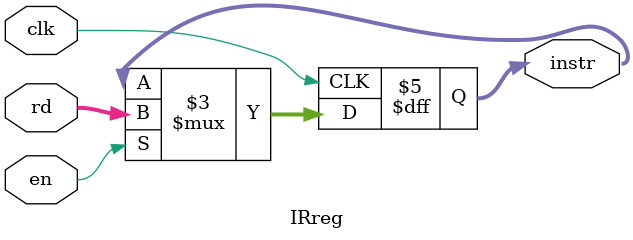
<source format=v>
module IRreg(input clk, en,
             input [31:0] rd,
             output reg [31:0] instr);
    always@(posedge clk)
        //TODO IRWrite
        if(en) instr <= rd;
        else instr <= instr;
endmodule
</source>
